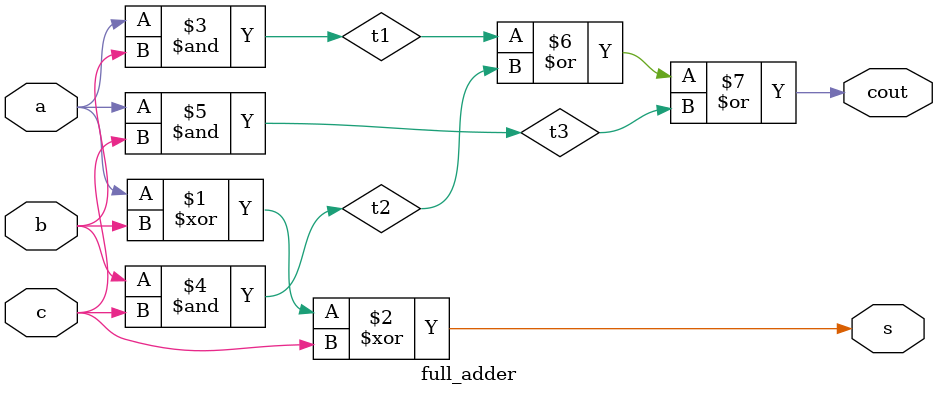
<source format=v>
`timescale 10ns/1ns

module full_adder(s,cout,a,b,c);
    output s,cout;
    input a,b,c;
    wire t1,t2,t3;
    xor x1(s,a,b,c);
    and a1(t1,a,b);
    and a2(t2,b,c);
    and a3(t3,a,c);
    or o1(cout,t1,t2,t3);

endmodule

</source>
